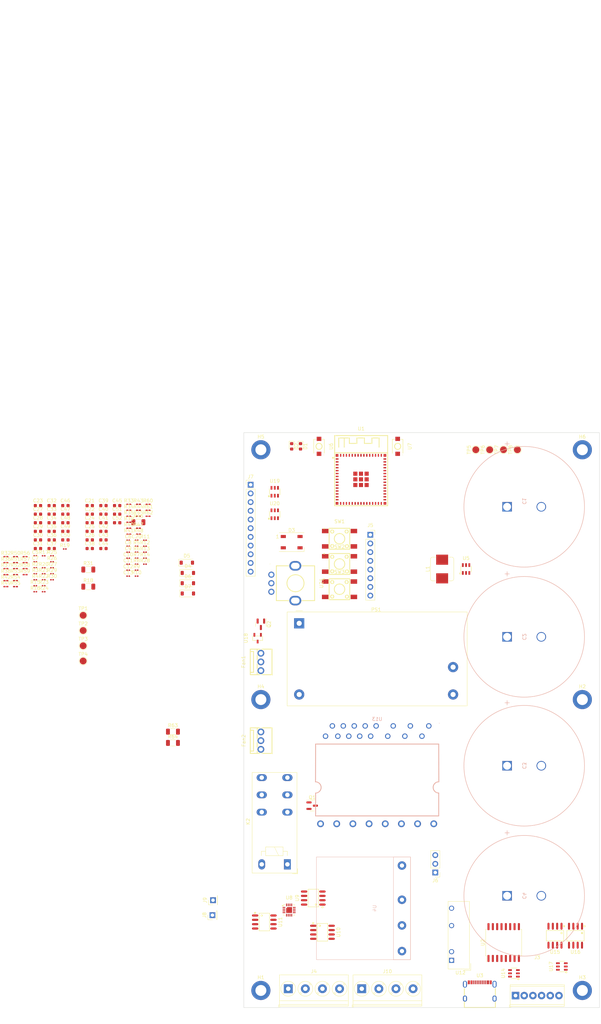
<source format=kicad_pcb>
(kicad_pcb (version 20221018) (generator pcbnew)
  (layers (0 "F.Cu" signal) (1 "In1.Cu" signal) (2 "In2.Cu" signal) (31 "B.Cu" signal) (34 "B.Paste" user) (35 "F.Paste" user) (36 "B.SilkS" user "B.Silkscreen") (37 "F.SilkS" user "F.Silkscreen") (38 "B.Mask" user) (39 "F.Mask" user) (44 "Edge.Cuts" user))
  (net 0 "")
  (net 1 "+15V")
  (net 2 "GND")
  (net 3 "+3.3V")
  (net 4 "Net-(D5-K)")
  (net 5 "Net-(Fan1-Pad3)")
  (net 7 "/Control/RGBLED")
  (net 8 "/Power/AC_L")
  (net 10 "Net-(U13-ITRIP)")
  (net 11 "Net-(D4-K)")
  (net 12 "Net-(D4-A)")
  (net 13 "Net-(Q1-G)")
  (net 14 "Net-(Q2-G)")
  (net 15 "Net-(Fan2-Pad3)")
  (net 16 "Net-(R20-Pad1)")
  (net 19 "Net-(R21-Pad1)")
  (net 22 "Net-(R22-Pad1)")
  (net 25 "Net-(U1-IO0)")
  (net 26 "Net-(J8-Pin_1)")
  (net 27 "Net-(D1-A)")
  (net 28 "Net-(D2-A)")
  (net 29 "/Control/FAN_CONTROL")
  (net 30 "/Control/FAN2_PWM_FB")
  (net 31 "/Control/FAN1_PWM_FB")
  (net 32 "/Control/POT1OUT")
  (net 33 "LINW")
  (net 34 "LINV")
  (net 35 "LINU")
  (net 36 "HINW")
  (net 37 "HINV")
  (net 38 "HINU")
  (net 39 "RELAY")
  (net 40 "/Control/TEMP_HEATSINK")
  (net 41 "Net-(J3-Pin_1)")
  (net 42 "Net-(J3-Pin_2)")
  (net 43 "/Control/USB_DN")
  (net 44 "/Control/USB_DP")
  (net 45 "Net-(J3-Pin_3)")
  (net 46 "/Control/SW1OUT")
  (net 47 "Net-(J3-Pin_4)")
  (net 48 "/Control/SW2OUT")
  (net 49 "/Control/SW3OUT")
  (net 50 "Net-(R46-Pad1)")
  (net 51 "/Control/SPI_MISO")
  (net 52 "/Control/SPI_MOSI")
  (net 53 "/Control/SPI_CLK")
  (net 54 "/Control/SPI_CS")
  (net 55 "Net-(U1-IO39)")
  (net 56 "Net-(U1-IO40)")
  (net 57 "Net-(U1-IO42)")
  (net 58 "Net-(U1-IO41)")
  (net 59 "/Control/UART_TX")
  (net 60 "/Control/UART_RX")
  (net 63 "Net-(U1-EN)")
  (net 64 "Net-(U2-PDEN)")
  (net 65 "Net-(U2-UD-)")
  (net 66 "Net-(U2-UD+)")
  (net 67 "Net-(U2-PIN)")
  (net 70 "Net-(U3-DN1)")
  (net 71 "Net-(U3-DP1)")
  (net 74 "Net-(U8-AIN1{slash}GPIO1)")
  (net 75 "Net-(U5-SW)")
  (net 76 "VS")
  (net 77 "Net-(U5-VFB)")
  (net 78 "Net-(U5-VBST)")
  (net 79 "Net-(U8-AIN0{slash}GPIO0)")
  (net 80 "I2C_SDA")
  (net 81 "I2C_SCL")
  (net 83 "Net-(U8-ADDR)")
  (net 84 "Net-(U8-DECAP)")
  (net 85 "Net-(U1-IO8)")
  (net 87 "/Power/CURRENT_AC")
  (net 88 "Net-(U8-AIN4{slash}GPIO4)")
  (net 89 "Net-(U8-AIN2{slash}GPIO2)")
  (net 90 "Net-(U13-W)")
  (net 91 "/Power/W")
  (net 92 "Net-(U4-~Phase)")
  (net 93 "Net-(U13-U)")
  (net 94 "/Power/U")
  (net 95 "Net-(U13-VS(U))")
  (net 96 "Net-(U13-VB(U))")
  (net 97 "Net-(U13-VS(V))")
  (net 98 "Net-(U13-VB(V))")
  (net 99 "Net-(U13-VS(W))")
  (net 100 "Net-(U13-VB(W))")
  (net 101 "Net-(U13-HIN(U))")
  (net 102 "Net-(U13-HIN(V))")
  (net 103 "Net-(U13-HIN(W))")
  (net 104 "Net-(U13-LIN(U))")
  (net 105 "Net-(U13-LIN(V))")
  (net 106 "Net-(U13-LIN(W))")
  (net 107 "Net-(U1-IO9)")
  (net 109 "/Power/V")
  (net 111 "Earth")
  (net 112 "Net-(J5-Pin_1)")
  (net 113 "Net-(J5-Pin_2)")
  (net 114 "/Power/AC_N")
  (net 115 "Net-(J5-Pin_3)")
  (net 116 "Net-(J5-Pin_4)")
  (net 117 "Net-(J5-Pin_5)")
  (net 118 "VFO")
  (net 119 "ITRIP")
  (net 120 "Net-(J7-Pin_10)")
  (net 121 "Net-(J7-Pin_11)")
  (net 122 "Net-(J5-Pin_6)")
  (net 123 "Net-(Q2-D)")
  (net 124 "Net-(R53-Pad2)")
  (net 125 "Net-(R54-Pad2)")
  (net 126 "Net-(R55-Pad2)")
  (net 127 "Net-(R56-Pad2)")
  (net 128 "+5VD")
  (net 129 "GNDD")
  (net 130 "Net-(U8-AIN3{slash}GPIO3)")
  (net 131 "Net-(U9-OUT)")
  (net 133 "Net-(U10-OUT)")
  (net 135 "Net-(U11-OUT)")
  (net 139 "/Control/ISO_GPIO_1")
  (net 140 "/Control/ISO_GPIO_2")
  (net 141 "VSS")
  (net 142 "Net-(U15-VIA)")
  (net 143 "Net-(U15-VOB)")
  (net 144 "GNDS")
  (net 146 "+5V")
  (net 147 "Net-(U16-VIA)")
  (net 148 "Net-(U16-VOB)")
  (net 149 "Net-(U18-D)")
  (net 150 "Net-(R46-Pad2)")
  (net 152 "Net-(U4-VDD)")
  (footprint "Capacitor_SMD:C_0603_1608Metric" (layer "F.Cu") (at 41.8325 81.84)
    (fp_text reference "C49")
    (fp_text value "100nF")
  )
  (footprint "TestPoint:TestPoint_Pad_D2.0mm" (layer "F.Cu") (at 47.028379 106.377663)
    (fp_text reference "TP1")
    (fp_text value "TestPoint")
  )
  (footprint "Capacitor_SMD:C_0603_1608Metric" (layer "F.Cu") (at 33.8125 74.31)
    (fp_text reference "C23")
    (fp_text value "100nF")
  )
  (footprint "Resistor_SMD:R_0201_0603Metric" (layer "F.Cu") (at 41.655 87)
    (fp_text reference "R19")
    (fp_text value "10k")
  )
  (footprint "Capacitor_SMD:C_0603_1608Metric" (layer "F.Cu") (at 37.8225 81.84)
    (fp_text reference "C35")
    (fp_text value "100nF")
  )
  (footprint "Capacitor_SMD:C_0603_1608Metric" (layer "F.Cu") (at 48.9525 81.84)
    (fp_text reference "C25")
    (fp_text value "22uF")
  )
  (footprint "Capacitor_SMD:C_0603_1608Metric" (layer "F.Cu") (at 48.9525 76.82)
    (fp_text reference "C22")
    (fp_text value "10uF")
  )
  (footprint "Resistor_SMD:R_0201_0603Metric_Pad0.64x0.40mm_HandSolder" (layer "F.Cu") (at 30.0525 91)
    (fp_text reference "R57")
    (fp_text value "10k")
  )
  (footprint "Resistor_SMD:R_0201_0603Metric" (layer "F.Cu") (at 37.9325 94.24)
    (fp_text reference "R29")
    (fp_text value "121")
  )
  (footprint "footprint:CONN-TH_3P-P2.54_22-23-2031" (layer "F.Cu") (at 99 120 90)
    (fp_text reference "Fan1")
    (fp_text value "0022232031")
  )
  (footprint "Converter_DCDC:Converter_DCDC_TRACO_TEA1HI-xxxx_THT" (layer "F.Cu") (at 154.7575 207.2075 180)
    (fp_text reference "U12")
    (fp_text value "TEA1-0505HI")
  )
  (footprint "Resistor_SMD:R_0201_0603Metric" (layer "F.Cu") (at 37.9325 90.74)
    (fp_text reference "R26")
    (fp_text value "121")
  )
  (footprint "footprint:SOT-23-6_L2.9-W1.6-P0.95-LS2.8-BL" (layer "F.Cu") (at 103.050038 76.850902)
    (fp_text reference "U20")
    (fp_text value "PSRV05-4MR6T1G")
  )
  (footprint "Capacitor_SMD:C_0201_0603Metric" (layer "F.Cu") (at 60.2025 91.43)
    (fp_text reference "C11")
    (fp_text value "10nF")
  )
  (footprint "Capacitor_SMD:C_0201_0603Metric" (layer "F.Cu") (at 33.0325 88.99)
    (fp_text reference "C5")
    (fp_text value "100nF")
  )
  (footprint "Resistor_SMD:R_0201_0603Metric" (layer "F.Cu") (at 35.4825 97.74)
    (fp_text reference "R23")
    (fp_text value "10k")
  )
  (footprint "footprint:KEY-SMD_4P-L6.1-W6.1-P4.50-LS9.0" (layer "F.Cu") (at 122 91.377698)
    (fp_text reference "SW2")
    (fp_text value "PTS645SM95SMTR92LFS")
  )
  (footprint "Resistor_SMD:R_1206_3216Metric" (layer "F.Cu") (at 73.285117 143.663956)
    (fp_text reference "R64")
    (fp_text value "33k")
  )
  (footprint "footprint:SOT-23-6_L2.9-W1.6-P0.95-LS2.8-BL" (layer "F.Cu") (at 173 211 90)
    (fp_text reference "U14")
    (fp_text value "PSRV05-4MR6T1G")
  )
  (footprint "TestPoint:TestPoint_Pad_D2.0mm" (layer "F.Cu") (at 47.028379 110.827663)
    (fp_text reference "TP2")
    (fp_text value "TestPoint")
  )
  (footprint "Resistor_SMD:R_0201_0603Metric_Pad0.64x0.40mm_HandSolder" (layer "F.Cu") (at 27.2425 96.25)
    (fp_text reference "R54")
    (fp_text value "0")
  )
  (footprint "Resistor_SMD:R_0201_0603Metric" (layer "F.Cu") (at 33.0325 95.99)
    (fp_text reference "R4")
    (fp_text value "121")
  )
  (footprint "Connector_PinHeader_2.54mm:PinHeader_1x11_P2.54mm_Vertical" (layer "F.Cu") (at 96 68.22)
    (fp_text reference "J7")
    (fp_text value "Test")
  )
  (footprint "Capacitor_SMD:C_0603_1608Metric" (layer "F.Cu") (at 52.9625 86.86)
    (fp_text reference "C44")
    (fp_text value "0.1nF")
  )
  (footprint "Resistor_SMD:R_1206_3216Metric" (layer "F.Cu") (at 73.285117 140.373956)
    (fp_text reference "R63")
    (fp_text value "33k")
  )
  (footprint "Capacitor_SMD:C_0603_1608Metric" (layer "F.Cu") (at 56.9725 74.31)
    (fp_text reference "C45")
    (fp_text value "100nF")
  )
  (footprint "Package_TO_SOT_SMD:SOT-23" (layer "F.Cu") (at 114 162)
    (fp_text reference "Q1")
    (fp_text value "DMN3404L")
  )
  (footprint "Capacitor_SMD:C_0603_1608Metric" (layer "F.Cu") (at 33.8125 84.35)
    (fp_text reference "C30")
    (fp_text value "1uF")
  )
  (footprint "Resistor_SMD:R_0201_0603Metric_Pad0.64x0.40mm_HandSolder" (layer "F.Cu") (at 66.0025 77.43)
    (fp_text reference "R62")
    (fp_text value "10k")
  )
  (footprint "MountingHole:MountingHole_3.2mm_M3_DIN965_Pad_TopBottom" (layer "F.Cu") (at 99 216)
    (fp_text reference "H1")
    (fp_text value "~")
  )
  (footprint "LED_SMD:LED_WS2812B_PLCC4_5.0x5.0mm_P3.2mm" (layer "F.Cu") (at 108 85)
    (fp_text reference "D3")
    (fp_text value "WS2812B")
  )
  (footprint "Resistor_SMD:R_0201_0603Metric_Pad0.64x0.40mm_HandSolder" (layer "F.Cu") (at 24.4325 98)
    (fp_text reference "R49")
    (fp_text value "180")
  )
  (footprint "Resistor_SMD:R_0201_0603Metric_Pad0.64x0.40mm_HandSolder" (layer "F.Cu") (at 27.2425 89.25)
    (fp_text reference "R50")
    (fp_text value "180")
  )
  (footprint "Resistor_SMD:R_1206_3216Metric" (layer "F.Cu") (at 48.5375 93)
    (fp_text reference "R31")
    (fp_text value "0")
  )
  (footprint "TestPoint:TestPoint_Pad_D2.0mm" (layer "F.Cu") (at 47.028379 115.277663)
    (fp_text reference "TP3")
    (fp_text value "TestPoint")
  )
  (footprint "Relay_THT:Relay_SPDT_Schrack-RT1-16A-FormC_RM5mm" (layer "F.Cu") (at 106.75 179.15 90)
    (fp_text reference "K2")
    (fp_text value "RT314A12")
  )
  (footprint "footprint:CONN-TH_3P-P2.54_22-23-2031" (layer "F.Cu") (at 99 143 90)
    (fp_text reference "Fan2")
    (fp_text value "0022232031")
  )
  (footprint "Resistor_SMD:R_0201_0603Metric" (layer "F.Cu") (at 65.1025 89.68)
    (fp_text reference "R14")
    (fp_text value "820")
  )
  (footprint "footprint:SOT-23-3_L2.9-W1.3-P1.90-LS2.3-BR" (layer "F.Cu") (at 98.05 113.0625 90)
    (fp_text reference "U18")
    (fp_text value "PMV100EPAR")
  )
  (footprint "Diode_SMD:D_SOD-123" (layer "F.Cu") (at 77.65 97)
    (fp_text reference "D6")
    (fp_text value "D")
  )
  (footprint "footprint:KEY-SMD_4P-L6.1-W6.1-P4.50-LS9.0" (layer "F.Cu") (at 122 84)
    (fp_text reference "SW1")
    (fp_text value "PTS645SM95SMTR92LFS")
  )
  (footprint "Resistor_SMD:R_0201_0603Metric" (layer "F.Cu") (at 62.6525 91.43)
    (fp_text reference "R8")
    (fp_text value "165")
  )
  (footprint "TerminalBlock_Phoenix:TerminalBlock_Phoenix_PT-1,5-4-5.0-H_1x04_P5.00mm_Horizontal" (layer "F.Cu") (at 107 215.5)
    (fp_text reference "J4")
    (fp_text value "Motor")
  )
  (footprint "Resistor_SMD:R_0201_0603Metric" (layer "F.Cu") (at 65.1025 84.43)
    (fp_text reference "R11")
    (fp_text value "33.2k")
  )
  (footprint "Capacitor_SMD:C_0603_1608Metric" (layer "F.Cu") (at 52.9625 79.33)
    (fp_text reference "C41")
    (fp_text value "0.1nF")
  )
  (footprint "Diode_SMD:D_SOD-123" (layer "F.Cu") (at 77.65 94)
    (fp_text reference "D4")
    (fp_text value "D")
  )
  (footprint "Resistor_SMD:R_0201_0603Metric_Pad0.64x0.40mm_HandSolder" (layer "F.Cu") (at 27.2425 91)
    (fp_text reference "R51")
    (fp_text value "180")
  )
  (footprint "MountingHole:MountingHole_3.2mm_M3_DIN965_Pad_TopBottom" (layer "F.Cu") (at 193 58)
    (fp_text reference "H6")
    (fp_text value "~")
  )
  (footprint "Capacitor_SMD:C_0603_1608Metric" (layer "F.Cu") (at 48.9525 86.86)
    (fp_text reference "C38")
    (fp_text value "220nF")
  )
  (footprint "Resistor_SMD:R_0201_0603Metric_Pad0.64x0.40mm_HandSolder" (layer "F.Cu") (at 60.3825 77.43)
    (fp_text reference "R35")
    (fp_text value "999m")
  )
  (footprint "LED_SMD:LED_0603_1608Metric" (layer "F.Cu") (at 108 57 -90)
    (fp_text reference "D2")
    (fp_text value "LED_15V")
  )
  (footprint "Capacitor_SMD:C_0603_1608Metric" (layer "F.Cu") (at 52.9625 84.35)
    (fp_text reference "C43")
    (fp_text value "100nF")
  )
  (footprint "Resistor_SMD:R_0201_0603Metric_Pad0.64x0.40mm_HandSolder" (layer "F.Cu") (at 60.3825 82.68)
    (fp_text reference "R41")
    (fp_text value "4,7k")
  )
  (footprint "Capacitor_SMD:C_0603_1608Metric" (layer "F.Cu") (at 48.9525 79.33)
    (fp_text reference "C24")
    (fp_text value "100nF")
  )
  (footprint "footprint:SW-SMD_L3.9-W3.0-P4.45" (layer "F.Cu") (at 139 57 -90)
    (fp_text reference "U7")
    (fp_text value "SKRKAEE020")
  )
  (footprint "footprint:SOT-23-6_L2.9-W1.6-P0.95-LS2.8-BL" (layer "F.Cu") (at 159 92.850902)
    (fp_text reference "U5")
    (fp_text value "TPS563201DDCR")
  )
  (footprint "Resistor_SMD:R_0201_0603Metric" (layer "F.Cu") (at 35.4825 88.99)
    (fp_text reference "R17")
    (fp_text value "100K")
  )
  (footprint "Capacitor_SMD:C_0603_1608Metric" (layer "F.Cu") (at 33.8125 86.86)
    (fp_text reference "C31")
    (fp_text value "1uF")
  )
  (footprint "Resistor_SMD:R_0201_0603Metric" (layer "F.Cu") (at 62.6525 94.93)
    (fp_text reference "R10")
    (fp_text value "165")
  )
  (footprint "Resistor_SMD:R_0201_0603Metric_Pad0.64x0.40mm_HandSolder" (layer "F.Cu") (at 60.3825 80.93)
    (fp_text reference "R40")
    (fp_text value "10k")
  )
  (footprint "Resistor_SMD:R_0201_0603Metric_Pad0.64x0.40mm_HandSolder" (layer "F.Cu") (at 30.0525 92.75)
    (fp_text reference "R58")
    (fp_text value "10k")
  )
  (footprint "Resistor_SMD:R_0201_0603Metric" (layer "F.Cu") (at 33.0325 92.49)
    (fp_text reference "R2")
    (fp_text value "121")
  )
  (footprint "Resistor_SMD:R_0201_0603Metric" (layer "F.Cu") (at 37.9325 92.49)
    (fp_text reference "R27")
    (fp_text value "121")
  )
  (footprint "TerminalBlock_Phoenix:TerminalBlock_Phoenix_MPT-0,5-6-2.54_1x06_P2.54mm_Horizontal" (layer "F.Cu") (at 173.46 217.5)
    (fp_text reference "J3")
    (fp_text value "ISO_Data")
  )
  (footprint "Capacitor_SMD:C_0603_1608Metric" (layer "F.Cu") (at 37.8225 86.86)
    (fp_text reference "C37")
    (fp_text value "10uF")
  )
  (footprint "MountingHole:MountingHole_3.2mm_M3_DIN965_Pad_TopBottom" (layer "F.Cu") (at 99 58)
    (fp_text reference "H5")
    (fp_text value "~")
  )
  (footprint "footprint:USB-C-SMD_TYPE-C-6PIN-2MD-073" (layer "F.Cu") (at 163 216)
    (fp_text reference "U3")
    (fp_text value "TYPE-C_16PIN_2MD(073)")
  )
  (footprint "Capacitor_SMD:C_0603_1608Metric" (layer "F.Cu") (at 37.8225 74.31)
    (fp_text reference "C32")
    (fp_text value "1uF")
  )
  (footprint "Package_SO:SOIC-16W_7.5x10.3mm_P1.27mm" (layer "F.Cu") (at 170 202 90)
    (fp_text reference "U2")
    (fp_text value "ADUM3160")
  )
  (footprint "Resistor_SMD:R_0201_0603Metric_Pad0.64x0.40mm_HandSolder" (layer "F.Cu") (at 24.4325 92.75)
    (fp_text reference "R37")
    (fp_text value "24")
  )
  (footprint "Resistor_SMD:R_0201_0603Metric_Pad0.64x0.40mm_HandSolder" (layer "F.Cu") (at 24.4325 91)
    (fp_text reference "R36")
    (fp_text value "24")
  )
  (footprint "footprint:SOIC-8_L4.9-W3.9-P1.27-LS6.0-BL" (layer "F.Cu") (at 185 200 180)
    (fp_text reference "U15")
    (fp_text value "ADUM1201ARZ-RL7")
  )
  (footprint "Resistor_SMD:R_0201_0603Metric_Pad0.64x0.40mm_HandSolder" (layer "F.Cu") (at 27.2425 98)
    (fp_text reference "R55")
    (fp_text value "0")
  )
  (footprint "Capacitor_SMD:C_0201_0603Metric" (layer "F.Cu") (at 62.6525 84.43)
    (fp_text reference "C20")
    (fp_text value "10uF")
  )
  (footprint "Capacitor_SMD:C_0603_1608Metric" (layer "F.Cu") (at 52.9625 74.31)
    (fp_text reference "C39")
    (fp_text value "220nF")
  )
  (footprint "Resistor_SMD:R_0201_0603Metric" (layer "F.Cu") (at 33.0325 97.74)
    (fp_text reference "R15")
    (fp_text value "100K")
  )
  (footprint "footprint:SOIC-8_L4.9-W3.9-P1.27-LS6.0-BL" (layer "F.Cu") (at 191 200 180)
    (fp_text reference "U16")
    (fp_text value "ADUM1201ARZ-RL7")
  )
  (footprint "Resistor_SMD:R_0201_0603Metric_Pad0.64x0.40mm_HandSolder" (layer "F.Cu") (at 27.2425 94.5)
    (fp_text reference "R53")
    (fp_text value "0")
  )
  (footprint "MountingHole:MountingHole_3.2mm_M3_DIN965_Pad_TopBottom" (layer "F.Cu") (at 99 131)
    (fp_text reference "H4")
    (fp_text value "~")
  )
  (footprint "Resistor_SMD:R_1206_3216Metric" (layer "F.Cu") (at 48.5375 98)
    (fp_text reference "R18")
    (fp_text value "90")
  )
  (footprint "Resistor_SMD:R_0201_0603Metric_Pad0.64x0.40mm_HandSolder" (layer "F.Cu") (at 63.1925 75.68)
    (fp_text reference "R44")
    (fp_text value "100")
  )
  (footprint "Capacitor_SMD:C_0201_0603Metric" (layer "F.Cu") (at 33.0325 90.74)
    (fp_text reference "C7")
    (fp_text value "1uF")
  )
  (footprint "Resistor_SMD:R_0201_0603Metric" (layer "F.Cu") (at 37.9325 95.99)
    (fp_text reference "R30")
    (fp_text value "121")
  )
  (footprint "Resistor_SMD:R_0201_0603Metric_Pad0.64x0.40mm_HandSolder" (layer "F.Cu") (at 63.1925 82.68)
    (fp_text reference "R48")
    (fp_text value "165")
  )
  (footprint "footprint:KEY-SMD_4P-L6.1-W6.1-P4.50-LS9.0" (layer "F.Cu") (at 122 98.755396)
    (fp_text reference "SW3")
    (fp_text value "PTS645SM95SMTR92LFS")
  )
  (footprint "Connector_PinHeader_2.54mm:PinHeader_1x01_P2.54mm_Vertical" (layer "F.Cu") (at 84.83 194 90)
    (fp_text reference "J8")
    (fp_text value "U_ZK")
  )
  (footprint "Resistor_SMD:R_0201_0603Metric_Pad0.64x0.40mm_HandSolder" (layer "F.Cu") (at 60.3825 73.93)
    (fp_text reference "R33")
    (fp_text value "1.8k")
  )
  (footprint "footprint:SOT-23-6_L2.9-W1.6-P0.95-LS2.8-BL" (layer "F.Cu") (at 103.050038 70.275663)
    (fp_text reference "U19")
    (fp_text value "PSRV05-4MR6T1G")
  )
  (footprint "Capacitor_SMD:C_0603_1608Metric" (layer "F.Cu") (at 33.8125 81.84)
    (fp_text reference "C29")
    (fp_text value "1uF")
  )
  (footprint "Resistor_SMD:R_1206_3216Metric" (layer "F.Cu") (at 63.1925 79.18)
    (fp_text reference "R46")
    (fp_text value "33k")
  )
  (footprint "Capacitor_SMD:C_0603_1608Metric" (layer "F.Cu") (at 52.9625 81.84)
    (fp_text reference "C42")
    (fp_text value "0.1nF")
  )
  (footprint "TestPoint:TestPoint_Pad_D2.0mm" (layer "F.Cu") (at 161.85 58 90)
    (fp_text reference "TP5")
    (fp_text value "MTCK")
  )
  (footprint "Resistor_SMD:R_0201_0603Metric" (layer "F.Cu") (at 33.0325 99.49)
    (fp_text reference "R16")
    (fp_text value "100K")
  )
  (footprint "Resistor_SMD:R_0201_0603Metric" (layer "F.Cu") (at 35.4825 99.49)
    (fp_text reference "R24")
    (fp_text value "1.6k")
  )
  (footprint "TestPoint:TestPoint_Pad_D2.0mm" (layer "F.Cu") (at 174 58 90)
    (fp_text reference "TP8")
    (fp_text value "MTDI")
  )
  (footprint "Resistor_SMD:R_0201_0603Metric" (layer "F.Cu") (at 62.6525 87.93)
    (fp_text reference "R6")
    (fp_text value "165")
  )
  (footprint "Capacitor_SMD:C_0603_1608Metric" (layer "F.Cu") (at 41.8325 76.82)
    (fp_text reference "C47")
    (fp_text value "100nF")
  )
  (footprint "LED_SMD:LED_0603_1608Metric" (layer "F.Cu") (at 110.59 57 -90)
    (fp_text reference "D1")
    (fp_text value "LED_3.3V")
  )
  (footprint "footprint:SOP-8_L4.9-W3.9-P1.27-LS6.0-BL" (layer "F.Cu") (at 117 199 -90)
    (fp_text reference "U10")
    (fp_text value "CC6904SO-30A")
  )
  (footprint "MountingHole:MountingHole_3.2mm_M3_DIN965_Pad_TopBottom" (layer "F.Cu") (at 193 131)
    (fp_text reference "H2")
    (fp_text value locked "~")
  )
  (footprint "Resistor_SMD:R_0201_0603Metric_Pad0.64x0.40mm_HandSolder" (layer "F.Cu") (at 24.4325 96.25)
    (fp_text reference "R42")
    (fp_text value "4.7k")
  )
  (footprint "footprint:SOP-8_L4.9-W3.9-P1.27-LS6.0-BL" (layer "F.Cu") (at 100 196 -90)
    (fp_text reference "U11")
    (fp_text value "CC6904SO-30A")
  )
  (footprint "Capacitor_SMD:C_0603_1608Metric" (layer "F.Cu") (at 41.8325 74.31)
    (fp_text reference "C46")
    (fp_text value "100nF")
  )
  (footprint "Capacitor_SMD:C_0603_1608Metric" (layer "F.Cu") (at 41.8325 79.33)
    (fp_text reference "C48")
    (fp_text value "100nF")
  )
  (footprint "Capacitor_SMD:C_0603_1608Metric" (layer "F.Cu") (at 56.9725 76.82)
    (fp_text reference "C51")
    (fp_text value "100nF")
  )
  (footprint "Connector_PinSocket_2.54mm:PinSocket_1x08_P2.54mm_Vertical" (layer "F.Cu") (at 131 82.84)
    (fp_text reference "J5")
    (fp_text value "Display")
  )
  (footprint "Capacitor_SMD:C_0201_0603Metric" (layer "F.Cu") (at 60.2025 84.43)
    (fp_text reference "C6")
    (fp_text value "100nF")
  )
  (footprint "Connector_PinHeader_2.54mm:PinHeader_1x01_P2.54mm_Vertical" (layer "F.Cu") (at 85 189.63 90)
    (fp_text reference "J9")
    (fp_text value "U_VS")
  )
  (footprint "Capacitor_SMD:C_0201_0603Metric" (layer "F.Cu") (at 60.2025 86.18)
    (fp_text reference "C8")
    (fp_text value "10nF")
  )
  (footprint "footprint:WQFN-16_L3.0-W3.0-P0.50-TL-EP1.7" (layer "F.Cu") (at 107.250064 192.5)
    (fp_text reference "U8")
    (fp_text value "TLA2528IRTER")
  )
  (footprint "Resistor_SMD:R_0201_0603Metric" (layer "F.Cu") (at 62.6525 93.18)
    (fp_text reference "R9")
    (fp_text value "165")
  )
  (footprint "Capacitor_SMD:C_0603_1608Metric" (layer "F.Cu") (at 33.8125 79.33)
    (fp_text reference "C28")
    (fp_text value "1uF")
  )
  (footprint "Resistor_SMD:R_0201_0603Metric_Pad0.64x0.40mm_HandSolder" (layer "F.Cu") (at 30.0525 89.25)
    (fp_text reference "R56")
    (fp_text value "0")
  )
  (footprint "Converter_ACDC:Converter_ACDC_MeanWell_IRM-20-xx_THT" (layer "F.Cu") (at 110.2 108.7175)
    (fp_text reference "PS1")
    (fp_text value "IRM-20-15")
  )
  (footprint "MountingHole:MountingHole_3.2mm_M3_DIN965_Pad_TopBottom" (layer "F.Cu") (at 193 216)
    (fp_text reference "H3")
    (fp_text value "~")
  )
  (footprint "Capacitor_SMD:C_0201_0603Metric" (layer "F.Cu") (at 60.2025 87.93)
    (fp_text reference "C9")
    (fp_text value "10nF")
  )
  (footprint "Resistor_SMD:R_0201_0603Metric" (layer "F.Cu") (at 65.1025 87.93)
    (fp_text reference "R13")
    (fp_text value "40")
  )
  (footprint "Resistor_SMD:R_0201_0603Metric_Pad0.64x0.40mm_HandSolder" (layer "F.Cu") (at 24.4325 94.5)
    (fp_text reference "R38")
    (fp_text value "165")
  )
  (footprint "Resistor_SMD:R_0201_0603Metric" (layer "F.Cu") (at 65.1025 91.43)
    (fp_text reference "R28")
    (fp_text value "100k")
  )
  (footprint "Resistor_SMD:R_0201_0603Metric_Pad0.64x0.40mm_HandSolder" (layer "F.Cu") (at 27.2425 92.75)
    (fp_text reference "R52")
    (fp_text value "180")
  )
  (footprint "Resistor_SMD:R_0201_0603Metric_Pad0.64x0.40mm_HandSolder" (layer "F.Cu") (at 30.0525 94.5)
    (fp_text reference "R59")
    (fp_text value "10k")
  )
  (footprint "Capacitor_SMD:C_0603_1608Metric" (layer "F.Cu") (at 48.9525 84.35)
    (fp_text reference "C26")
    (fp_text value "100nF")
  )
  (footprint "Capacitor_SMD:C_0603_1608Metric" (layer "F.Cu") (at 37.8225 76.82)
    (fp_text reference "C33")
    (fp_text value "100nF")
  )
  (footprint "Resistor_SMD:R_0201_0603Metric_Pad0.64x0.40mm_HandSolder" (layer "F.Cu") (at 60.3825 79.18)
    (fp_text reference "R39")
    (fp_text value "33k")
  )
  (footprint "Capacitor_SMD:C_0603_1608Metric" (layer "F.Cu") (at 41.8325 84.35)
    (fp_text reference "C50")
    (fp_text value "1uF")
  )
  (footprint "Capacitor_SMD:C_0603_1608Metric" (layer "F.Cu") (at 37.8225 79.33)
    (fp_text reference "C34")
    (fp_text value "100nF")
  )
  (footprint "Resistor_SMD:R_0201_0603Metric_Pad0.64x0.40mm_HandSolder" (layer "F.Cu") (at 66.0025 73.93)
    (fp_text reference "R60")
    (fp_text value "999m")
  )
  (footprint "Resistor_SMD:R_0201_0603Metric" (layer "F.Cu") (at 35.4825 92.49)
    (fp_text reference "R20")
    (fp_text value "1K")
  )
  (footprint "footprint:RES-ADJ-TH_RK09D1130C4G" (layer "F.Cu") (at 105.564478 97 -90)
    (fp_text reference "U21")
    (fp_text value "RK09D113000F_10k")
  )
  (footprint "Inductor_SMD:L_Bourns_SRP7028A_7.3x6.6mm" (layer "F.Cu") (at 152 92.850902 90)
    (fp_text reference "L1")
    (fp_text value "2.2uH")
  )
  (footprint "Resistor_SMD:R_0201_0603Metric_Pad0.64x0.40mm_HandSolder" (layer "F.Cu") (at 63.1925 73.93)
    (fp_text reference "R43")
    (fp_text value "100")
  )
  (footprint "TerminalBlock_Phoenix:TerminalBlock_Phoenix_PT-1,5-4-5.0-H_1x04_P5.00mm_Horizontal" (layer "F.Cu") (at 128.5 215.5)
    (fp_text reference "J10")
    (fp_text value "Net")
  )
  (footprint "Resistor_SMD:R_0201_0603Metric_Pad0.64x0.40mm_HandSolder" (layer "F.Cu") (at 63.1925 80.93)
    (fp_text reference "R47")
    (fp_text value "820")
  )
  (footprint "Resistor_SMD:R_0201_0603Metric" (layer "F.Cu") (at 35.4825 94.24)
    (fp_text reference "R21")
    (fp_text value "1K")
  )
  (footprint "Capacitor_SMD:C_0201_0603Metric" (layer "F.Cu") (at 60.2025 94.93)
    (fp_text reference "C13")
    (fp_text value "10nF")
  )
  (footprint "Resistor_SMD:R_0201_0603Metric" (layer "F.Cu") (at 35.4825 95.99)
    (fp_text reference "R22")
    (fp_text value "1k")
  )
  (footprint "Capacitor_SMD:C_0603_1608Metric" (layer "F.Cu") (at 48.9525 74.31)
    (fp_text reference "C21")
    (fp_text value "100nF")
  )
  (footprint "TestPoint:TestPoint_Pad_D2.0mm" (layer "F.Cu") (at 165.9 58 90)
    (fp_text reference "TP6")
    (fp_text value "MTDO")
  )
  (footprint "Resistor_SMD:R_0201_0603Metric" (layer "F.Cu") (at 62.6525 86.18)
    (fp_text reference "R5")
    (fp_text value "165")
  )
  (footprint "footprint:SOP-8_L4.9-W3.9-P1.27-LS6.0-BL" (layer "F.Cu") (at 114.317501 189 90)
    (fp_text reference "U9")
    (fp_text value "CC6904SO-30A")
  )
  (footprint "Resistor_SMD:R_0201_0603Metric_Pad0.64x0.40mm_HandSolder" (layer "F.Cu") (at 24.4325 89.25)
    (fp_text reference "R32")
    (fp_text value "121")
  )
  (footprint "TestPoint:TestPoint_Pad_D2.0mm" (layer "F.Cu") (at 169.95 58 90)
    (fp_text reference "TP7")
    (fp_text value "MTMS")
  )
  (footprint "Resistor_SMD:R_0201_0603Metric" (layer "F.Cu") (at 62.6525 89.68)
    (fp_text reference "R7")
    (fp_text value "165")
  )
  (footprint "Resistor_SMD:R_0201_0603Metric_Pad0.64x0.40mm_HandSolder" (layer "F.Cu") (at 66.0025 75.68)
    (fp_text reference "R61")
    (fp_text value "3.3k")
  )
  (footprint "TestPoint:TestPoint_Pad_D2.0mm" (layer "F.Cu") (at 47.028379 119.727663)
    (fp_text reference "TP4")
    (fp_text value "TestPoint")
  )
  (footprint "Resistor_SMD:R_0201_0603Metric_Pad0.64x0.40mm_HandSolder" (layer "F.Cu") (at 63.1925 77.43)
    (fp_text reference "R45")
    (fp_text value "100")
  )
  (footprint "Resistor_SMD:R_0201_0603Metric" (layer "F.Cu") (at 37.9325 88.99)
    (fp_text reference "R25")
    (fp_text value "1.6k")
  )
  (footprint "Capacitor_SMD:C_0603_1608Metric" (layer "F.Cu") (at 37.8225 84.35)
    (fp_text reference "C36")
    (fp_text value "100nF")
  )
  (footprint "Resistor_SMD:R_0201_0603Metric" (layer "F.Cu") (at 65.1025 86.18)
    (fp_text reference "R12")
    (fp_text value "10k")
  )
  (footprint "Capacitor_SMD:C_0201_0603Metric" (layer "F.Cu") (at 60.2025 89.68)
    (fp_text reference "C10")
    (fp_text value "10nF")
  )
  (footprint "Capacitor_SMD:C_0201_0603Metric" (layer "F.Cu") (at 60.2025 93.18)
    (fp_text reference "C12")
    (fp_text value "10nF")
  )
  (footprint "footprint:BULETM-SMD_ESP32-S3-MINI-1-N8" (layer "F.Cu") (at 128.270676 66.650114)
    (fp_text reference "U1")
    (fp_text value "ESP32-S3-MINI-1-N8")
  )
  (footprint "footprint:SW-SMD_L3.9-W3.0-P4.45" (layer "F.Cu") (at 116 57 -90)
    (fp_text reference "U6")
    (fp_text value "SKRKAEE020")
  )
  (footprint "footprint:SOT-23-6_L2.9-W1.6-P0.95-LS2.8-BL" (layer "F.Cu") (at 187 209 90)
    (fp_text reference "U17")
    (fp_text value "PSRV05-4MR6T1G")
  )
  (footprint "Diode_SMD:D_SOD-123" (layer "F.Cu") (at 77.35 91)
    (fp_text reference "D5")
    (fp_text value "D")
  )
  (footprint "Capacitor_SMD:C_0603_1608Metric" (layer "F.Cu") (at 33.8125 76.82)
    (fp_text reference "C27")
    (fp_text value "22uF")
  )
  (footprint "Connector_PinHeader_2.54mm:PinHeader_1x03_P2.54mm_Vertical" (layer "F.Cu") (at 150 181.54 180)
    (fp_text reference "J6")
    (fp_text value "MAX312820")
  )
  (footprint "Resistor_SMD:R_0201_0603Metric_Pad0.64x0.40mm_HandSolder" (layer "F.Cu") (at 60.3825 75.68)
    (fp_text reference "R34")
    (fp_text value "10k")
  )
  (footprint "Capacitor_SMD:C_0603_1608Metric" (layer "F.Cu") (at 56.9725 79.33)
    (fp_text reference "C52")
    (fp_text value "1uF")
  )
  (footprint "Package_TO_SOT_SMD:SOT-23" (layer "F.Cu") (at 99 109 -90)
    (fp_text reference "Q2")
    (fp_text value "DMN3404L")
  )
  (footprint "Resistor_SMD:R_0201_0603Metric" (layer "F.Cu") (at 33.0325 94.24)
    (fp_text reference "R3")
    (fp_text value "121")
  )
  (footprint "Capacitor_SMD:C_0603_1608Metric" (layer "F.Cu") (at 52.9625 76.82)
    (fp_text reference "C40")
    (fp_text value "22uF")
  )
  (footprint "Diode_SMD:D_SOD-123" (layer "F.Cu") (at 77.65 100)
    (fp_text reference "D7")
    (fp_text value "D")
  )
  (footprint "footprints:ESMQ351VSN102MA50S" (layer "B.Cu") (at 171 112.66675 90)
    (fp_text reference "C2")
    (fp_text value "1mF")
  )
  (footprint "footprints:ESMQ351VSN102MA50S" (layer "B.Cu") (at 171 74.66675 90)
    (fp_text reference "C1")
    (fp_text value "1mF")
  )
  (footprint "footprints:ESMQ351VSN102MA50S" (layer "B.Cu") (at 171 188.3335 90)
    (fp_text reference "C4")
    (fp_text value locked "1mF")
  )
  (footprint "footprints:ESMQ351VSN102MA50S" (layer "B.Cu") (at 171 150.3335 90)
    (fp_text reference "C3")
    (fp_text value "1mF")
  )
  (footprint "footprint:DIP-24_L36.0-W21.0-P1.60-LS28.6-TL" (layer "B.Cu") (at 133 153 180)
    (fp_text reference "U13")
    (fp_text value "IKCM20L60GA")
  )
  (footprint "Own_Library:LVE2560E" (layer "B.Cu") (at 140.25 179.5 -90)
    (fp_text reference "U4")
    (fp_text value " LVE2560E")
  )
  (gr_rect locked (start 94 53) (end 198 221) (stroke (width 0.1)) (fill none) (layer "Edge.Cuts"))
)
</source>
